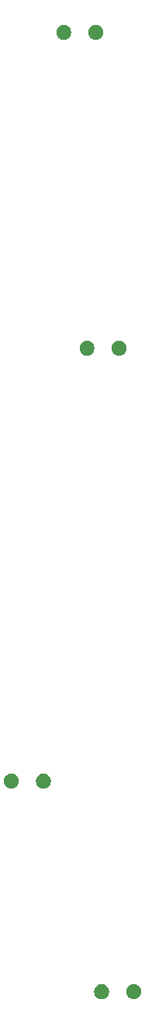
<source format=gbr>
G04 #@! TF.GenerationSoftware,KiCad,Pcbnew,5.1.2-f72e74a~84~ubuntu18.04.1*
G04 #@! TF.CreationDate,2019-07-08T15:28:50+02:00*
G04 #@! TF.ProjectId,prototype_1,70726f74-6f74-4797-9065-5f312e6b6963,rev?*
G04 #@! TF.SameCoordinates,Original*
G04 #@! TF.FileFunction,Soldermask,Bot*
G04 #@! TF.FilePolarity,Negative*
%FSLAX46Y46*%
G04 Gerber Fmt 4.6, Leading zero omitted, Abs format (unit mm)*
G04 Created by KiCad (PCBNEW 5.1.2-f72e74a~84~ubuntu18.04.1) date 2019-07-08 15:28:50*
%MOMM*%
%LPD*%
G04 APERTURE LIST*
%ADD10C,0.100000*%
G04 APERTURE END LIST*
D10*
G36*
X101527142Y-150348242D02*
G01*
X101675101Y-150409529D01*
X101808255Y-150498499D01*
X101921501Y-150611745D01*
X102010471Y-150744899D01*
X102071758Y-150892858D01*
X102103000Y-151049925D01*
X102103000Y-151210075D01*
X102071758Y-151367142D01*
X102010471Y-151515101D01*
X101921501Y-151648255D01*
X101808255Y-151761501D01*
X101675101Y-151850471D01*
X101527142Y-151911758D01*
X101370075Y-151943000D01*
X101209925Y-151943000D01*
X101052858Y-151911758D01*
X100904899Y-151850471D01*
X100771745Y-151761501D01*
X100658499Y-151648255D01*
X100569529Y-151515101D01*
X100508242Y-151367142D01*
X100477000Y-151210075D01*
X100477000Y-151049925D01*
X100508242Y-150892858D01*
X100569529Y-150744899D01*
X100658499Y-150611745D01*
X100771745Y-150498499D01*
X100904899Y-150409529D01*
X101052858Y-150348242D01*
X101209925Y-150317000D01*
X101370075Y-150317000D01*
X101527142Y-150348242D01*
X101527142Y-150348242D01*
G37*
G36*
X98027142Y-150348242D02*
G01*
X98175101Y-150409529D01*
X98308255Y-150498499D01*
X98421501Y-150611745D01*
X98510471Y-150744899D01*
X98571758Y-150892858D01*
X98603000Y-151049925D01*
X98603000Y-151210075D01*
X98571758Y-151367142D01*
X98510471Y-151515101D01*
X98421501Y-151648255D01*
X98308255Y-151761501D01*
X98175101Y-151850471D01*
X98027142Y-151911758D01*
X97870075Y-151943000D01*
X97709925Y-151943000D01*
X97552858Y-151911758D01*
X97404899Y-151850471D01*
X97271745Y-151761501D01*
X97158499Y-151648255D01*
X97069529Y-151515101D01*
X97008242Y-151367142D01*
X96977000Y-151210075D01*
X96977000Y-151049925D01*
X97008242Y-150892858D01*
X97069529Y-150744899D01*
X97158499Y-150611745D01*
X97271745Y-150498499D01*
X97404899Y-150409529D01*
X97552858Y-150348242D01*
X97709925Y-150317000D01*
X97870075Y-150317000D01*
X98027142Y-150348242D01*
X98027142Y-150348242D01*
G37*
G36*
X91677142Y-127488242D02*
G01*
X91825101Y-127549529D01*
X91958255Y-127638499D01*
X92071501Y-127751745D01*
X92160471Y-127884899D01*
X92221758Y-128032858D01*
X92253000Y-128189925D01*
X92253000Y-128350075D01*
X92221758Y-128507142D01*
X92160471Y-128655101D01*
X92071501Y-128788255D01*
X91958255Y-128901501D01*
X91825101Y-128990471D01*
X91677142Y-129051758D01*
X91520075Y-129083000D01*
X91359925Y-129083000D01*
X91202858Y-129051758D01*
X91054899Y-128990471D01*
X90921745Y-128901501D01*
X90808499Y-128788255D01*
X90719529Y-128655101D01*
X90658242Y-128507142D01*
X90627000Y-128350075D01*
X90627000Y-128189925D01*
X90658242Y-128032858D01*
X90719529Y-127884899D01*
X90808499Y-127751745D01*
X90921745Y-127638499D01*
X91054899Y-127549529D01*
X91202858Y-127488242D01*
X91359925Y-127457000D01*
X91520075Y-127457000D01*
X91677142Y-127488242D01*
X91677142Y-127488242D01*
G37*
G36*
X88177142Y-127488242D02*
G01*
X88325101Y-127549529D01*
X88458255Y-127638499D01*
X88571501Y-127751745D01*
X88660471Y-127884899D01*
X88721758Y-128032858D01*
X88753000Y-128189925D01*
X88753000Y-128350075D01*
X88721758Y-128507142D01*
X88660471Y-128655101D01*
X88571501Y-128788255D01*
X88458255Y-128901501D01*
X88325101Y-128990471D01*
X88177142Y-129051758D01*
X88020075Y-129083000D01*
X87859925Y-129083000D01*
X87702858Y-129051758D01*
X87554899Y-128990471D01*
X87421745Y-128901501D01*
X87308499Y-128788255D01*
X87219529Y-128655101D01*
X87158242Y-128507142D01*
X87127000Y-128350075D01*
X87127000Y-128189925D01*
X87158242Y-128032858D01*
X87219529Y-127884899D01*
X87308499Y-127751745D01*
X87421745Y-127638499D01*
X87554899Y-127549529D01*
X87702858Y-127488242D01*
X87859925Y-127457000D01*
X88020075Y-127457000D01*
X88177142Y-127488242D01*
X88177142Y-127488242D01*
G37*
G36*
X99932142Y-80498242D02*
G01*
X100080101Y-80559529D01*
X100213255Y-80648499D01*
X100326501Y-80761745D01*
X100415471Y-80894899D01*
X100476758Y-81042858D01*
X100508000Y-81199925D01*
X100508000Y-81360075D01*
X100476758Y-81517142D01*
X100415471Y-81665101D01*
X100326501Y-81798255D01*
X100213255Y-81911501D01*
X100080101Y-82000471D01*
X99932142Y-82061758D01*
X99775075Y-82093000D01*
X99614925Y-82093000D01*
X99457858Y-82061758D01*
X99309899Y-82000471D01*
X99176745Y-81911501D01*
X99063499Y-81798255D01*
X98974529Y-81665101D01*
X98913242Y-81517142D01*
X98882000Y-81360075D01*
X98882000Y-81199925D01*
X98913242Y-81042858D01*
X98974529Y-80894899D01*
X99063499Y-80761745D01*
X99176745Y-80648499D01*
X99309899Y-80559529D01*
X99457858Y-80498242D01*
X99614925Y-80467000D01*
X99775075Y-80467000D01*
X99932142Y-80498242D01*
X99932142Y-80498242D01*
G37*
G36*
X96432142Y-80498242D02*
G01*
X96580101Y-80559529D01*
X96713255Y-80648499D01*
X96826501Y-80761745D01*
X96915471Y-80894899D01*
X96976758Y-81042858D01*
X97008000Y-81199925D01*
X97008000Y-81360075D01*
X96976758Y-81517142D01*
X96915471Y-81665101D01*
X96826501Y-81798255D01*
X96713255Y-81911501D01*
X96580101Y-82000471D01*
X96432142Y-82061758D01*
X96275075Y-82093000D01*
X96114925Y-82093000D01*
X95957858Y-82061758D01*
X95809899Y-82000471D01*
X95676745Y-81911501D01*
X95563499Y-81798255D01*
X95474529Y-81665101D01*
X95413242Y-81517142D01*
X95382000Y-81360075D01*
X95382000Y-81199925D01*
X95413242Y-81042858D01*
X95474529Y-80894899D01*
X95563499Y-80761745D01*
X95676745Y-80648499D01*
X95809899Y-80559529D01*
X95957858Y-80498242D01*
X96114925Y-80467000D01*
X96275075Y-80467000D01*
X96432142Y-80498242D01*
X96432142Y-80498242D01*
G37*
G36*
X97392142Y-46208242D02*
G01*
X97540101Y-46269529D01*
X97673255Y-46358499D01*
X97786501Y-46471745D01*
X97875471Y-46604899D01*
X97936758Y-46752858D01*
X97968000Y-46909925D01*
X97968000Y-47070075D01*
X97936758Y-47227142D01*
X97875471Y-47375101D01*
X97786501Y-47508255D01*
X97673255Y-47621501D01*
X97540101Y-47710471D01*
X97392142Y-47771758D01*
X97235075Y-47803000D01*
X97074925Y-47803000D01*
X96917858Y-47771758D01*
X96769899Y-47710471D01*
X96636745Y-47621501D01*
X96523499Y-47508255D01*
X96434529Y-47375101D01*
X96373242Y-47227142D01*
X96342000Y-47070075D01*
X96342000Y-46909925D01*
X96373242Y-46752858D01*
X96434529Y-46604899D01*
X96523499Y-46471745D01*
X96636745Y-46358499D01*
X96769899Y-46269529D01*
X96917858Y-46208242D01*
X97074925Y-46177000D01*
X97235075Y-46177000D01*
X97392142Y-46208242D01*
X97392142Y-46208242D01*
G37*
G36*
X93892142Y-46208242D02*
G01*
X94040101Y-46269529D01*
X94173255Y-46358499D01*
X94286501Y-46471745D01*
X94375471Y-46604899D01*
X94436758Y-46752858D01*
X94468000Y-46909925D01*
X94468000Y-47070075D01*
X94436758Y-47227142D01*
X94375471Y-47375101D01*
X94286501Y-47508255D01*
X94173255Y-47621501D01*
X94040101Y-47710471D01*
X93892142Y-47771758D01*
X93735075Y-47803000D01*
X93574925Y-47803000D01*
X93417858Y-47771758D01*
X93269899Y-47710471D01*
X93136745Y-47621501D01*
X93023499Y-47508255D01*
X92934529Y-47375101D01*
X92873242Y-47227142D01*
X92842000Y-47070075D01*
X92842000Y-46909925D01*
X92873242Y-46752858D01*
X92934529Y-46604899D01*
X93023499Y-46471745D01*
X93136745Y-46358499D01*
X93269899Y-46269529D01*
X93417858Y-46208242D01*
X93574925Y-46177000D01*
X93735075Y-46177000D01*
X93892142Y-46208242D01*
X93892142Y-46208242D01*
G37*
M02*

</source>
